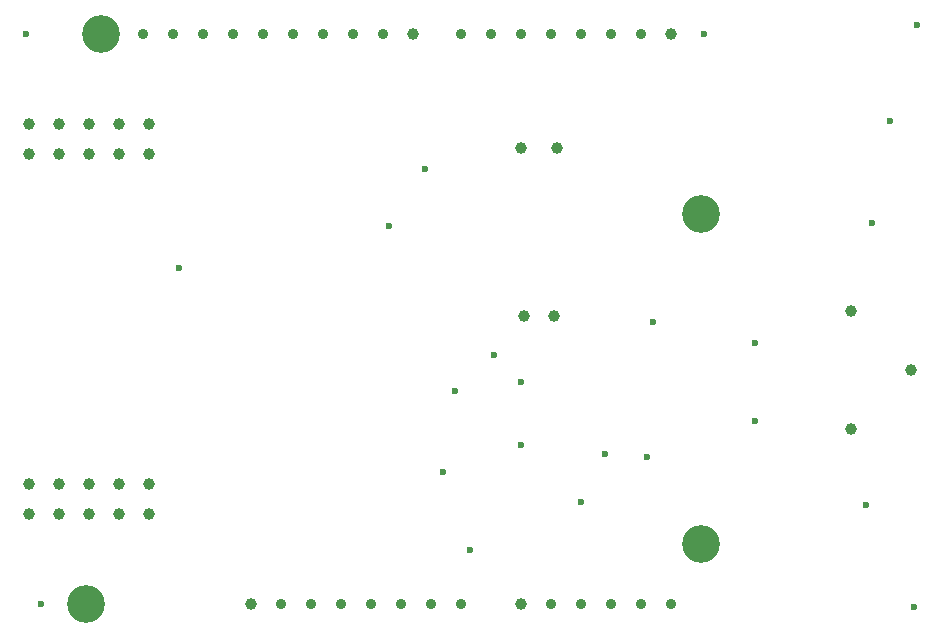
<source format=gbr>
G04 Generated by Ultiboard 14.0 *
%FSLAX34Y34*%
%MOMM*%

%ADD10C,0.0001*%
%ADD11C,3.2000*%
%ADD12C,0.8890*%
%ADD13C,0.9949*%
%ADD14C,0.6000*%
%ADD15C,1.0000*%


G04 ColorRGB 000000 for the following layer *
%LNDrill-Copper Top-Copper Bottom*%
%LPD*%
G54D11*
X660400Y355600D03*
X660400Y76200D03*
X152400Y508000D03*
X139700Y25400D03*
G54D12*
X457200Y508000D03*
X584200Y508000D03*
X609600Y508000D03*
X558800Y508000D03*
X508000Y508000D03*
X533400Y508000D03*
X482600Y508000D03*
X340360Y508000D03*
X365760Y508000D03*
X391160Y508000D03*
X289560Y508000D03*
X314960Y508000D03*
X264160Y508000D03*
X238760Y508000D03*
X213360Y508000D03*
X187960Y508000D03*
X457200Y25400D03*
X330200Y25400D03*
X304800Y25400D03*
X355600Y25400D03*
X406400Y25400D03*
X381000Y25400D03*
X431800Y25400D03*
X533400Y25400D03*
X558800Y25400D03*
X609600Y25400D03*
X584200Y25400D03*
X635000Y25400D03*
G54D13*
X635000Y508000D03*
X416560Y508000D03*
X279400Y25400D03*
X508000Y25400D03*
G54D14*
X508000Y213360D03*
X805180Y347980D03*
X800100Y109220D03*
X464820Y71120D03*
X558800Y111760D03*
X614680Y149860D03*
X840740Y22860D03*
X843280Y515620D03*
X508000Y159940D03*
X441960Y137160D03*
X485140Y236220D03*
X619760Y264160D03*
X706120Y180340D03*
X706120Y246380D03*
X396240Y345440D03*
X426720Y393700D03*
X662940Y508000D03*
X452120Y205740D03*
X579120Y152400D03*
X820420Y434340D03*
X88900Y508000D03*
X101600Y25400D03*
X218440Y309880D03*
G54D15*
X538640Y411480D03*
X507840Y411480D03*
X535940Y269240D03*
X510540Y269240D03*
X787800Y273520D03*
X787800Y173520D03*
X837800Y223520D03*
X116840Y431800D03*
X193040Y431800D03*
X91440Y406400D03*
X193040Y406400D03*
X142240Y406400D03*
X167640Y406400D03*
X91440Y431800D03*
X116840Y406400D03*
X167640Y431800D03*
X142240Y431800D03*
X167640Y127000D03*
X91440Y101600D03*
X116840Y101600D03*
X142240Y101600D03*
X193040Y127000D03*
X193040Y101600D03*
X167640Y101600D03*
X91440Y127000D03*
X116840Y127000D03*
X142240Y127000D03*

M02*

</source>
